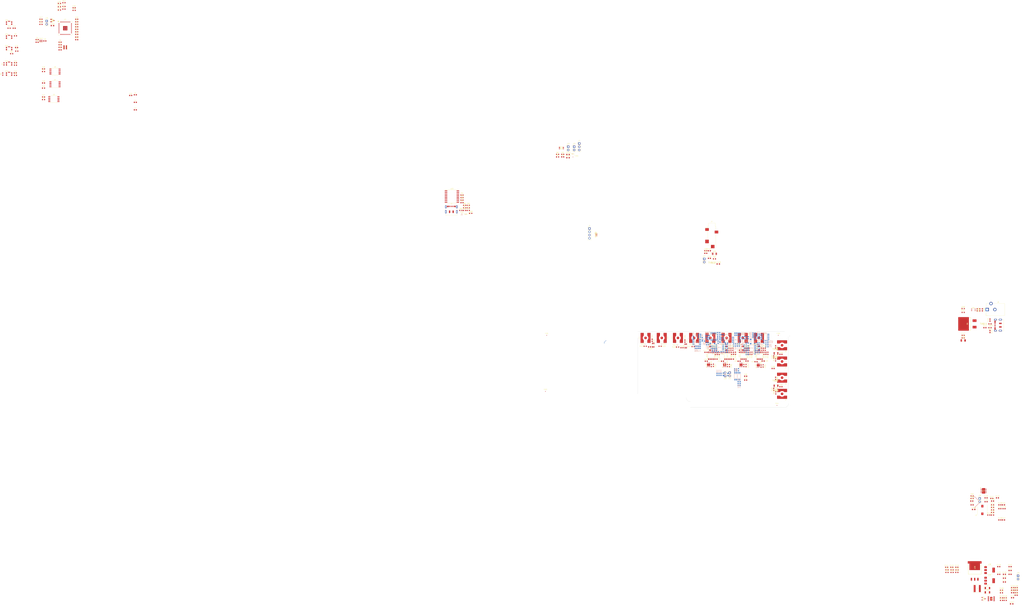
<source format=kicad_pcb>
(kicad_pcb (version 20241229) (generator "pcbnew") (generator_version "9.0")
  (title_block (title "harp device quad dac") (date "2025-07-15") (rev "1.1") (company "The Allen Institute") (comment 1 "Hexabitz"))
  (layers (0 "F.Cu" signal) (4 "In1.Cu" signal) (6 "In2.Cu" signal) (2 "B.Cu" signal) (13 "F.Paste" user) (15 "B.Paste" user) (5 "F.SilkS" user "F.Silkscreen") (7 "B.SilkS" user "B.Silkscreen") (1 "F.Mask" user) (3 "B.Mask" user) (25 "Edge.Cuts" user))
  (net 0 "")
  (net 1 "GND")
  (net 2 "+3.3V")
  (net 3 "+1V1")
  (net 4 "Run_Reset")
  (net 5 "/Core_RP2350/General_Purpose_SW1")
  (net 6 "/Core_RP2350/General_Purpose_SW2")
  (net 7 "/Core_RP2350/General_Purpose_SW3")
  (net 8 "Net-(U1-VREG_AVDD)")
  (net 9 "Net-(J19-Pin_1)")
  (net 10 "DAC_Supply")
  (net 11 "VRail-")
  (net 12 "+2V5")
  (net 13 "VRail+")
  (net 14 "AnalogOut1")
  (net 15 "Net-(U10--IN_B)")
  (net 16 "Net-(U10-+IN_B)")
  (net 17 "AnalogOut2")
  (net 18 "Net-(U11--IN_B)")
  (net 19 "Net-(U11-+IN_B)")
  (net 20 "Net-(U12--IN_B)")
  (net 21 "AnalogOut3")
  (net 22 "Net-(U12-+IN_B)")
  (net 23 "Net-(U13--IN_B)")
  (net 24 "AnalogOut4")
  (net 25 "Net-(U13-+IN_B)")
  (net 26 "CurrentOut1")
  (net 27 "Net-(U15--IN_A)")
  (net 28 "Net-(U15-+IN_A)")
  (net 29 "Net-(U16--IN_A)")
  (net 30 "CurrentOut3")
  (net 31 "Net-(U16-+IN_A)")
  (net 32 "Monitor_Current1")
  (net 33 "Monitor_Current2")
  (net 34 "Monitor_Current3")
  (net 35 "Monitor_Current4")
  (net 36 "Net-(U17-IN-)")
  (net 37 "Net-(U18-IN-)")
  (net 38 "Net-(U19-IN-)")
  (net 39 "Net-(U20-IN-)")
  (net 40 "Net-(U15--IN_B)")
  (net 41 "CurrentOut2")
  (net 42 "Net-(U15-+IN_B)")
  (net 43 "CurrentOut4")
  (net 44 "Net-(U16--IN_B)")
  (net 45 "Net-(U16-+IN_B)")
  (net 46 "ShortCircuitCh1")
  (net 47 "ShortCircuitCh2")
  (net 48 "ShortCircuitCh3")
  (net 49 "ShortCircuitCh4")
  (net 50 "+5V")
  (net 51 "GND_PC")
  (net 52 "VBUS_PC")
  (net 53 "GND_DC")
  (net 54 "VDC")
  (net 55 "VBUS1")
  (net 56 "Monitor_BUS")
  (net 57 "Monitor_12V")
  (net 58 "Monitor_5V")
  (net 59 "Monitor_3V3")
  (net 60 "VBUS_C")
  (net 61 "+5V_C")
  (net 62 "Net-(U26-PWM{slash}SYNC)")
  (net 63 "Net-(U26-SW)")
  (net 64 "Net-(D6-ANODE_D1_CATHODE_D2)")
  (net 65 "Net-(C129-Pad2)")
  (net 66 "+15V")
  (net 67 "Net-(U26-CAP)")
  (net 68 "Net-(C131-Pad2)")
  (net 69 "Net-(U26-VC)")
  (net 70 "Net-(C133-Pad2)")
  (net 71 "Net-(C133-Pad1)")
  (net 72 "Net-(U27-FB)")
  (net 73 "-15V")
  (net 74 "Net-(U27-PVCC)")
  (net 75 "Net-(U27-BST1)")
  (net 76 "Net-(U27-SW1)")
  (net 77 "Net-(U27-BST2)")
  (net 78 "Net-(U27-SW2)")
  (net 79 "/Communication/UART0_TXD")
  (net 80 "/Communication/UART0_RXD")
  (net 83 "Net-(J3-CC2)")
  (net 84 "/Communication/PC_USB_DP")
  (net 85 "Net-(J3-CC1)")
  (net 86 "/Communication/PC_USB_DM")
  (net 87 "Net-(J4-PadT)")
  (net 89 "Net-(LED1-A)")
  (net 90 "Net-(LED2-A)")
  (net 91 "Net-(LED3-A)")
  (net 92 "Net-(LED4-A)")
  (net 93 "Net-(LED5-A)")
  (net 94 "Net-(LED6-A)")
  (net 95 "Net-(LED7-A)")
  (net 96 "Net-(LED8-A)")
  (net 97 "Net-(LED9-A)")
  (net 98 "Net-(R1-Pad1)")
  (net 99 "/Core_RP2350/QSPI_CS0")
  (net 100 "Net-(R2-Pad1)")
  (net 101 "Net-(R3-Pad1)")
  (net 102 "Net-(R4-Pad1)")
  (net 103 "Net-(R5-Pad1)")
  (net 104 "/Core_RP2350/Debug_LED1")
  (net 105 "/Core_RP2350/Debug_LED2")
  (net 106 "/Core_RP2350/Debug_LED3")
  (net 107 "/Core_RP2350/QSPI_CS1")
  (net 108 "/Core_RP2350/QSPI_CS2")
  (net 109 "DAC1_CLR")
  (net 110 "DAC2_CLR")
  (net 111 "DAC3_CLR")
  (net 112 "DAC4_CLR")
  (net 113 "Net-(U14-~{SHDN})")
  (net 114 "Net-(U10-OUT_A)")
  (net 115 "Net-(U11-OUT_A)")
  (net 116 "Net-(U12-OUT_A)")
  (net 117 "Net-(U13-OUT_A)")
  (net 118 "Shunt1+")
  (net 119 "Shunt3+")
  (net 120 "Net-(U17-IN+)")
  (net 121 "Net-(U18-IN+)")
  (net 122 "Net-(U19-IN+)")
  (net 123 "Net-(U20-IN+)")
  (net 124 "Net-(U17-COL_OUT)")
  (net 125 "Net-(U18-COL_OUT)")
  (net 126 "Net-(U19-COL_OUT)")
  (net 127 "Net-(U20-COL_OUT)")
  (net 128 "Shunt2+")
  (net 129 "Shunt4+")
  (net 130 "Net-(U21-OE)")
  (net 131 "Net-(U22-UD+)")
  (net 132 "Net-(U22-UD-)")
  (net 133 "Net-(U22-DD+)")
  (net 134 "MC_USB_DP")
  (net 135 "Net-(U22-DD-)")
  (net 136 "MC_USB_DM")
  (net 137 "Net-(J5-In)")
  (net 138 "Net-(U23-1A)")
  (net 139 "Net-(J6-In)")
  (net 140 "Net-(U23-2A)")
  (net 141 "Net-(U24-1A)")
  (net 142 "Net-(J7-In)")
  (net 143 "Net-(U24-2A)")
  (net 144 "Net-(J8-In)")
  (net 145 "VBUS2")
  (net 146 "Net-(J19-Pin_2)")
  (net 147 "VBUS")
  (net 148 "+12V")
  (net 149 "Net-(U26-RT)")
  (net 150 "Net-(U26-FB)")
  (net 151 "Net-(U27-VC)")
  (net 152 "Net-(U27-RT)")
  (net 153 "-12V")
  (net 154 "Net-(U31-1B)")
  (net 155 "/Output/DigitalOut1")
  (net 156 "/Output/DigitalOut2")
  (net 157 "Net-(U31-2B)")
  (net 158 "Net-(U32-1B)")
  (net 159 "/Output/DigitalOut3")
  (net 160 "/Output/DigitalOut4")
  (net 161 "Net-(U32-2B)")
  (net 162 "/Core_RP2350/QSPI_IO1")
  (net 163 "/Core_RP2350/QSPI_IO3")
  (net 164 "/Core_RP2350/QSPI_IO0")
  (net 165 "/Core_RP2350/QSPI_CLK")
  (net 166 "/Core_RP2350/QSPI_IO2")
  (net 167 "MC_UART0_RXD")
  (net 168 "MC_UART0_TXD")
  (net 169 "ExtTrigCh2")
  (net 170 "ExtTrigCh1")
  (net 171 "ExtTrigCh4")
  (net 172 "ExtTrigCh3")
  (net 174 "HARP_Clk_Sync_In")
  (net 175 "MC_DigitalOut2")
  (net 176 "MC_DigitalOut1")
  (net 177 "MC_DigitalOut3")
  (net 178 "MC_DigitalOut4")
  (net 180 "Net-(U1-XIN)")
  (net 181 "Net-(U1-VREG_LX)")
  (net 185 "SWCLK")
  (net 186 "DAC2_CS")
  (net 187 "DAC3&4_SCLK")
  (net 188 "DAC3&4_DIN")
  (net 189 "DAC4_CS")
  (net 190 "SWDIO")
  (net 191 "DAC3_CS")
  (net 194 "DAC1_CS")
  (net 195 "DAC1&2_SCLK")
  (net 197 "DAC1&2_DIN")
  (net 199 "Net-(J24-Pin_2)")
  (net 200 "Net-(J27-CC1)")
  (net 206 "Net-(J27-CC2)")
  (net 213 "Net-(U10--IN_A)")
  (net 214 "Net-(U10-+IN_A)")
  (net 215 "Net-(U11--IN_A)")
  (net 216 "Net-(U11-+IN_A)")
  (net 217 "Net-(U12-+IN_A)")
  (net 218 "Net-(U12--IN_A)")
  (net 219 "Net-(U13-+IN_A)")
  (net 220 "Net-(U13--IN_A)")
  (footprint "harp.device.quad.dac.kicad:LED_0603_1608Metric_Pad1.05x0.95mm_HandSolder" (layer "F.Cu") (at -312.505 -217.44)
    (property "Reference" "LED1")
    (property "Value" "LED")
  )
  (footprint "Connector_PinHeader_2.54mm:PinHeader_1x02_P2.54mm_Vertical" (layer "F.Cu") (at 438.9975 231.68)
    (property "Reference" "J25")
    (property "Value" "Conn_01x02")
  )
  (footprint "harp.device.quad.dac.kicad:Crystal_SMD_2016-4Pin_2.0x1.6mm" (layer "F.Cu") (at -327 -188)
    (property "Reference" "Xtal1")
    (property "Value" "ECS-TXO-2016")
  )
  (footprint "harp.device.quad.dac.kicad:SW_Push_1P1T-SH_NO_Vertical_Wuerth_WS-TASV" (layer "F.Cu") (at -352 -191)
    (property "Reference" "SW2")
    (property "Value" "~" (hide yes))
  )
  (footprint "Resistor_SMD:R_0603_1608Metric" (layer "F.Cu") (at 426 248.97)
    (property "Reference" "R111")
    (property "Value" "130k")
  )
  (footprint "Capacitor_SMD:C_0603_1608Metric" (layer "F.Cu") (at 82 -97.03)
    (property "Reference" "C93")
    (property "Value" "100nF")
  )
  (footprint "Resistor_SMD:R_0603_1608Metric" (layer "F.Cu") (at -327 -201)
    (property "Reference" "R11")
    (property "Value" "201")
  )
  (footprint "Resistor_SMD:R_0603_1608Metric" (layer "F.Cu") (at 202.599 53.89 90)
    (property "Reference" "R37")
    (property "Value" "10k")
  )
  (footprint "Capacitor_SMD:C_0603_1608Metric" (layer "F.Cu") (at -299 -189)
    (property "Reference" "C18")
    (property "Value" "10uF")
  )
  (footprint "Resistor_SMD:R_0603_1608Metric" (layer "F.Cu") (at -325 -164)
    (property "Reference" "R17")
    (property "Value" "10K")
  )
  (footprint "Capacitor_SMD:C_0603_1608Metric" (layer "F.Cu") (at -299 -201.06)
    (property "Reference" "C22")
    (property "Value" "100nF")
  )
  (footprint "Resistor_SMD:R_0603_1608Metric" (layer "F.Cu") (at 248.92 76.708 -90)
    (property "Reference" "R96")
    (property "Value" "100")
  )
  (footprint "harp.device.quad.dac.kicad:SOIC127P599X175-8N" (layer "F.Cu") (at 198.281 58.97 90)
    (property "Reference" "U13")
    (property "Value" "LT1678CS8#PBF" (hide yes))
  )
  (footprint "Capacitor_SMD:C_0603_1608Metric" (layer "F.Cu") (at -325 -144)
    (property "Reference" "C27")
    (property "Value" "100nF")
  )
  (footprint "Capacitor_SMD:C_0603_1608Metric" (layer "F.Cu") (at 175.548 52.689 180)
    (property "Reference" "C148")
    (property "Value" "100nF")
  )
  (footprint "Capacitor_SMD:C_0603_1608Metric" (layer "F.Cu") (at 152.18 46.847 -90)
    (property "Reference" "C151")
    (property "Value" "100nF")
  )
  (footprint "harp.device.quad.dac.kicad:USB_C_Receptacle_JAE_DX07S016JA1R1500" (layer "F.Cu") (at 424 35 90)
    (property "Reference" "J27")
    (property "Value" "USB_C_Receptacle_USB2.0")
  )
  (footprint "Resistor_SMD:R_0603_1608Metric" (layer "F.Cu") (at 240.826 53.89 90)
    (property "Reference" "R31")
    (property "Value" "10k")
  )
  (footprint "Capacitor_SMD:C_0603_1608Metric" (layer "F.Cu") (at 3.08 -61.12)
    (property "Reference" "C97")
    (property "Value" "100nF")
  )
  (footprint "harp.device.quad.dac.kicad:R_0603_1608Metric_Pad0.98x0.95mm_HandSolder" (layer "F.Cu") (at 404.2 179.64)
    (property "Reference" "Jump8")
    (property "Value" "SolderJumper_2_Open")
  )
  (footprint "harp.device.quad.dac.kicad:ESD441DPLR" (layer "F.Cu") (at 248.666 60.452 180)
    (property "Reference" "TVS7")
    (property "Value" "ESD441DPLR" (hide yes))
  )
  (footprint "harp.device.quad.dac.kicad:WE-PD_7332-7345_PLASTIC_BASE54" (layer "F.Cu") (at 411 180)
    (property "Reference" "L3")
    (property "Value" "744778910" (hide yes))
  )
  (footprint "Capacitor_SMD:C_1206_3216Metric" (layer "F.Cu") (at 396 47)
    (property "Reference" "C120")
    (property "Value" "10uF")
  )
  (footprint "Capacitor_SMD:C_0603_1608Metric" (layer "F.Cu") (at -325 -166)
    (property "Reference" "C29")
    (property "Value" "100nF")
  )
  (footprint "harp.device.quad.dac.kicad:D_MiniMELF" (layer "F.Cu") (at 415.005 244.635)
    (property "Reference" "D8")
    (property "Value" "BZV55B15")
  )
  (footprint "Capacitor_SMD:C_0603_1608Metric" (layer "F.Cu") (at 194.344 56.303)
    (property "Reference" "C47")
    (property "Value" "100nF")
  )
  (footprint "Capacitor_SMD:C_0603_1608Metric" (layer "F.Cu") (at 432.76 227.49)
    (property "Reference" "C143")
    (property "Value" "10uF")
  )
  (footprint "Capacitor_SMD:C_0603_1608Metric" (layer "F.Cu") (at -312 -181)
    (property "Reference" "C5")
    (property "Value" "100nF")
  )
  (footprint "Resistor_SMD:R_0603_1608Metric" (layer "F.Cu") (at 227.237 57.065 -90)
    (property "Reference" "R34")
    (property "Value" "10k")
  )
  (footprint "Connector_PinHeader_2.54mm:PinHeader_1x04_P2.54mm_Vertical" (layer "F.Cu") (at 103.0275 -40.82)
    (property "Reference" "J1")
    (property "Value" "Conn_01x04_Pin")
  )
  (footprint "harp.device.quad.dac.kicad:MountingHole_3.2mm_M3_DIN965" (layer "F.Cu") (at 63.5 43)
    (property "Reference" "REF**" (hide yes))
    (property "Value" "MountingHole_3.2mm_M3_DIN965" (hide yes))
  )
  (footprint "harp.device.quad.dac.kicad:SMA_TE_Connectivity_CONSMA002-SMD-G-T_Horizontal" (layer "F.Cu") (at 254 50.8 180)
    (property "Reference" "J6")
    (property "Value" "Conn_Coaxial" (hide yes))
  )
  (footprint "harp.device.quad.dac.kicad:ESDSB12VLBTP" (layer "F.Cu") (at 235.365 50.08 180)
    (property "Reference" "TVS18")
    (property "Value" "ESDSB12VLB-TP" (hide yes))
  )
  (footprint "harp.device.quad.dac.kicad:SMA_TE_Connectivity_CONSMA002-SMD-G-T_Horizontal" (layer "F.Cu") (at 146.973 45 -90)
    (property "Reference" "J14")
    (property "Value" "Conn_Coaxial" (hide yes))
  )
  (footprint "Resistor_SMD:R_0603_1608Metric" (layer "F.Cu") (at 383.29 227.02)
    (property "Reference" "R101")
    (property "Value" "4.27k")
  )
  (footprint "Capacitor_SMD:C_0603_1608Metric" (layer "F.Cu") (at 423.86 224.48)
    (property "Reference" "C119")
    (property "Value" "10uF")
  )
  (footprint "Capacitor_SMD:C_0603_1608Metric" (layer "F.Cu") (at 226.602 53.89 90)
    (property "Reference" "C52")
    (property "Value" "15pF")
  )
  (footprint "harp.device.quad.dac.kicad:R_0603_1608Metric_Pad0.98x0.95mm_HandSolder" (layer "F.Cu") (at -318 -200)
    (property "Reference" "Jump1")
    (property "Value" "SolderJumper_2_Open")
  )
  (footprint "harp.device.quad.dac.kicad:R_0603_1608Metric_Pad0.98x0.95mm_HandSolder" (layer "F.Cu") (at 86.2 -98.87)
    (property "Reference" "Jump4")
    (property "Value" "SolderJumper_2_Open")
  )
  (footprint "Resistor_SMD:R_0603_1608Metric" (layer "F.Cu") (at 426 244.99)
    (property "Reference" "R109")
    (property "Value" "365k")
  )
  (footprint "Capacitor_SMD:C_0603_1608Metric" (layer "F.Cu") (at -330 -187)
    (property "Reference" "C6")
    (property "Value" "10nF")
  )
  (footprint "harp.device.quad.dac.kicad:LED_0603_1608Metric_Pad1.05x0.95mm_HandSolder" (layer "F.Cu") (at 9.895 -52.73)
    (property "Reference" "LED8")
    (property "Value" "LED")
  )
  (footprint "Capacitor_SMD:C_0603_1608Metric" (layer "F.Cu") (at -347 -170.89)
    (property "Reference" "C14")
    (property "Value" "100nF")
  )
  (footprint "Capacitor_SMD:C_0603_1608Metric" (layer "F.Cu") (at 247 69)
    (property "Reference" "C106")
    (property "Value" "10uF")
  )
  (footprint "Capacitor_SMD:C_0603_1608Metric" (layer "F.Cu") (at 407 23 -90)
    (property "Reference" "C108")
    (property "Value" "1uF")
  )
  (footprint "Capacitor_SMD:C_0603_1608Metric" (layer "F.Cu") (at 419 173)
    (property "Reference" "C128")
    (property "Value" "10uF")
  )
  (footprint "Capacitor_SMD:C_0603_1608Metric" (layer "F.Cu") (at 413.95 170.51)
    (property "Reference" "C125")
    (property "Value" "10uF")
  )
  (footprint "harp.device.quad.dac.kicad:VSSOP-8_2.3x2mm_P0.5mm" (layer "F.Cu") (at 249.243 82.55 180)
    (property "Reference" "U24")
    (property "Value" "74LVCH2T45DC")
  )
  (footprint "harp.device.quad.dac.kicad:SON50P300X300X80-11N-D" (layer "F.Cu") (at 208.924 66.1475 90)
    (property "Reference" "U8")
    (property "Value" "LTC2642ACDD-16#PBF" (hide yes))
  )
  (footprint "harp.device.quad.dac.kicad:ESD441DPLR" (layer "F.Cu") (at 146.719 49.895 180)
    (property "Reference" "TVS15")
    (property "Value" "ESD441DPLR" (hide yes))
  )
  (footprint "Resistor_SMD:R_0603_1608Metric" (layer "F.Cu") (at 249.047 88.138 90)
    (property "Reference" "R95")
    (property "Value" "100")
  )
  (footprint "harp.device.quad.dac.kicad:ESD441DPLR" (layer "F.Cu") (at 89.825 -99.375)
    (property "Reference" "TVS1")
    (property "Value" "ESD441DPLR" (hide yes))
  )
  (footprint "Resistor_SMD:R_0603_1608Metric" (layer "F.Cu") (at 403 171)
    (property "Reference" "R100")
    (property "Value" "1.10k")
  )
  (footprint "Capacitor_SMD:C_0603_1608Metric" (layer "F.Cu") (at 194.18 -23.36)
    (property "Reference" "C98")
    (property "Value" "1uF")
  )
  (footprint "Resistor_SMD:R_0603_1608Metric" (layer "F.Cu") (at 172.119 52.181 180)
    (property "Reference" "R120")
    (property "Value" "10")
  )
  (footprint "harp.device.quad.dac.kicad:SOIC127P599X175-8N" (layer "F.Cu") (at 223.808 58.97 90)
    (property "Reference" "U11")
    (property "Value" "LT1678CS8#PBF" (hide yes))
  )
  (footprint "harp.device.quad.dac.kicad:PinHeader_1x03_P2.54mm_Vertical" (layer "F.Cu") (at 95 -107.525)
    (property "Reference" "J2")
    (property "Value" "Conn_01x03_Male")
  )
  (footprint "Resistor_SMD:R_0603_1608Metric" (layer "F.Cu") (at 146.719 51.546 180)
    (property "Reference" "R123")
    (property "Value" "10")
  )
  (footprint "Capacitor_SMD:C_0603_1608Metric" (layer "F.Cu") (at 424.76 179)
    (property "Reference" "C131")
    (property "Value" "330pF")
  )
  (footprint "harp.device.quad.dac.kicad:ESD441DPLR" (layer "F.Cu") (at 159.419 49.895)
    (property "Reference" "TVS14")
    (property "Value" "ESD441DPLR" (hide yes))
  )
  (footprint "harp.device.quad.dac.kicad:Fiducial_0.5mm_Mask1mm" (layer "F.Cu") (at 251 43)
    (property "Reference" "FID3")
    (property "Value" "Fiducial")
  )
  (footprint "Capacitor_SMD:C_0603_1608Metric" (layer "F.Cu") (at 409 23 90)
    (property "Reference" "C107")
    (property "Value" "100nF")
  )
  (footprint "harp.device.quad.dac.kicad:SOP65P490X110-13N" (layer "F.Cu") (at 417.9975 249.68)
    (property "Reference" "U26")
    (property "Value" "LTC3122HMSE#PBF" (hide yes))
  )
  (footprint "Resistor_SMD:R_0603_1608Metric" (layer "F.Cu") (at 417 37 180)
    (property "Reference" "R97")
    (property "Value" "5.1k")
  )
  (footprint "Connector_PinHeader_2.54mm:PinHeader_1x02_P2.54mm_Vertical" (layer "F.Cu") (at 91 -105)
    (property "Reference" "J23")
    (property "Value" "Conn_01x02")
  )
  (footprint "Capacitor_SMD:C_0603_1608Metric" (layer "F.Cu") (at 215.934 57.065 -90)
    (property "Reference" "C55")
    (property "Value" "15pF")
  )
  (footprint "Resistor_SMD:R_0603_1608Metric" (layer "F.Cu") (at 211.108 66.717 90)
    (property "Reference" "R20")
    (property "Value" "330")
  )
  (footprint "harp.device.quad.dac.kicad:VSSOP-8_2.3x2mm_P0.5mm" (layer "F.Cu") (at 178.469 51.292 90)
    (property "Reference" "U31")
    (property "Value" "74LVCH2T45DC")
  )
  (footprint "Resistor_SMD:R_1206_3216Metric" (layer "F.Cu") (at 210.473 53.128 90)
    (property "Reference" "RSh3")
    (property "Value" "CRCW120610R0FKEBC")
  )
  (footprint "Resistor_SMD:R_0603_1608Metric" (layer "F.Cu") (at 419 181.99)
    (property "Reference" "R116")
    (property "Value" "13.7k")
  )
  (footprint "Resistor_SMD:R_0603_1608Metric" (layer "F.Cu") (at 387.29 227.03)
    (property "Reference" "R103")
    (property "Value" "1.82k")
  )
  (footprint "harp.device.quad.dac.kicad:SW_Push_1P1T-SH_NO_Vertical_Wuerth_WS-TASV" (layer "F.Cu") (at -352 -182)
    (property "Reference" "SW3")
    (property "Value" "~" (hide yes))
  )
  (footprint "Resistor_SMD:R_0603_1608Metric" (layer "F.Cu") (at 419 180)
    (property "Reference" "R115")
    (property "Value" "100k")
  )
  (footprint "harp.device.quad.dac.kicad:L_CommonModeChoke_TDKCorporation_1210" (layer "F.Cu") (at 404 23 180)
    (property "Reference" "CMC1")
    (property "Value" "L_Coupled_1423" (hide yes))
  )
  (footprint "Resistor_SMD:R_1206_3216Metric" (layer "F.Cu") (at 223.173 53.128 90)
    (property "Reference" "RSh2")
    (property "Value" "CRCW120610R0FKEBC")
  )
  (footprint "Capacitor_SMD:C_0603_1608Metric" (layer "F.Cu") (at -348 -198)
    (property "Reference" "C12")
    (property "Value" "100nF")
  )
  (footprint "Resistor_SMD:R_0603_1608Metric" (layer "F.Cu") (at 217.458 57.065 90)
    (property "Reference" "R28")
    (property "Value" "40.2k")
  )
  (footprint "Capacitor_SMD:C_0603_1608Metric" (layer "F.Cu") (at 424.76 176.01)
    (property "Reference" "C123")
    (property "Value" "1uF")
  )
  (footprint "harp.device.quad.dac.kicad:Fiducial_0.5mm_Mask1mm" (layer "F.Cu") (at 69.5 43)
    (property "Reference" "FID1")
    (property "Value" "Fiducial")
  )
  (footprint "harp.device.quad.dac.kicad:SOT95P230X109-3N" (layer "F.Cu") (at 411.9975 249.68)
    (property "Reference" "D6")
    (property "Value" "CBAT54S_TR_PBFREE" (hide yes))
  )
  (footprint "harp.device.quad.dac.kicad:RP2350B_QFN-80_EP_10.573x10.573_Pitch0.4mm" (layer "F.Cu") (at -308 -198)
    (property "Reference" "U1")
    (property "Value" "RP2350B-QFN80")
  )
  (footprint "Capacitor_SMD:C_0603_1608Metric" (layer "F.Cu") (at -299 -197.12)
    (property "Reference" "C24")
    (property "Value" "100nF")
  )
  (footprint "harp.device.quad.dac.kicad:SOT-223-3_TabPin2" (layer "F.Cu") (at 416.71 227.175)
    (property "Reference" "U28")
    (property "Value" "NCP1117-3.3_SOT223")
  )
  (footprint "Capacitor_SMD:C_0603_1608Metric" (layer "F.Cu") (at 387 225)
    (property "Reference" "C115")
    (property "Value" "100nF")
  )
  (footprint "Resistor_SMD:R_0603_1608Metric" (layer "F.Cu") (at -325 -142)
    (property "Reference" "R15")
    (property "Value" "10K")
  )
  (footprint "Capacitor_SMD:C_0603_1608Metric" (layer "F.Cu") (at 3.08 -65.06)
    (property "Reference" "C95")
    (property "Value" "1uF")
  )
  (footprint "harp.device.quad.dac.kicad:SOIC-8_5.3x5.3mm_P1.27mm" (layer "F.Cu") (at -316.9 -142.34)
    (property "Reference" "U3")
    (property "Value" "W25Q128JVS")
  )
  (footprint "Capacitor_SMD:C_0603_1608Metric" (layer "F.Cu") (at 228.761 57.065 -90)
    (property "Reference" "C53")
    (property "Value" "15pF")
  )
  (footprint "harp.device.quad.dac.kicad:XAL6030182MEB" (layer "F.Cu") (at 406.9975 241.68)
    (property "Reference" "L2")
    (property "Value" "XAL6030-332MEC" (hide yes))
  )
  (footprint "harp.device.quad.dac.kicad:LED_0603_1608Metric_Pad1.05x0.95mm_HandSolder" (layer "F.Cu") (at 225.713 66.717 90)
    (property "Reference" "LED5")
    (property "Value" "LED")
  )
  (footprint "Capacitor_SMD:C_0603_1608Metric" (layer "F.Cu") (at 207.298 63.288 180)
    (property "Reference" "C34")
    (property "Value" "100nF")
  )
  (footprint "Resistor_SMD:R_0603_1608Metric" (layer "F.Cu") (at 230.285 57.065 90)
    (property "Reference" "R26")
    (property "Value" "40.2k")
  )
  (footprint "Capacitor_SMD:C_0603_1608Metric" (layer "F.Cu") (at -299 -193.18)
    (property "Reference" "C26")
    (property "Value" "100nF")
  )
  (footprint "Resistor_SMD:R_0603_1608Metric" (layer "F.Cu") (at 237.524 67.098 90)
    (property "Reference" "R18")
    (property "Value" "330")
  )
  (footprint "Capacitor_SMD:C_0603_1608Metric" (layer "F.Cu") (at 383 225)
    (property "Reference" "C114")
    (property "Value" "100nF")
  )
  (footprint "Resistor_SMD:R_0603_1608Metric" (layer "F.Cu") (at 417 34 180)
    (property "Reference" "R98")
    (property "Value" "5.1k")
  )
  (footprint "harp.device.quad.dac.kicad:ESDSB12VLBTP" (layer "F.Cu") (at 197.265 50.08 180)
    (property "Reference" "TVS16")
    (property "Value" "ESDSB12VLB-TP" (hide yes))
  )
  (footprint "Resistor_SMD:R_0603_1608Metric" (layer "F.Cu") (at -309 -213)
    (property "Reference" "R14")
    (property "Value" "330")
  )
  (footprint "Capacitor_SMD:C_0603_1608Metric" (layer "F.Cu") (at 413.95 173.52)
    (property "Reference" "C126")
    (property "Value" "10uF")
  )
  (footprint "Capacitor_SMD:C_0603_1608Metric" (layer "F.Cu") (at 197.05 -17.45)
    (property "Reference" "C105")
    (property "Value" "100nF")
  )
  (footprint "Capacitor_SMD:C_0603_1608Metric" (layer "F.Cu") (at 437.54 242.95)
    (property "Reference" "C136")
    (property "Value" "100nF")
  )
  (footprint "Capacitor_SMD:C_0603_1608Metric" (layer "F.Cu") (at 194.598 63.288 180)
    (property "Reference" "C35")
    (property "Value" "100nF")
  )
  (footprint "harp.device.quad.dac.kicad:SMA_TE_Connectivity_CONSMA002-SMD-G-T_Horizontal" (layer "F.Cu") (at 185.073 45 -90)
    (property "Reference" "J12")
    (property "Value" "Conn_Coaxial" (hide yes))
  )
  (footprint "Resistor_SMD:R_0603_1608Metric" (layer "F.Cu") (at 8 -55.02)
    (property "Reference" "R91")
    (property "Value" "24")
  )
  (footprint "Capacitor_SMD:C_0603_1608Metric" (layer "F.Cu") (at 226.475 63.161)
    (property "Reference" "C40")
    (property "Value" "100nF")
  )
  (footprint "Connector_PinHeader_2.54mm:PinHeader_1x02_P2.54mm_Vertical" (layer "F.Cu") (at -322.5 -203.63)
    (property "Reference" "J19")
    (property "Value" "Conn_01x02")
  )
  (footprint "harp.device.quad.dac.kicad:CDDFN103324P" (layer "F.Cu") (at 108 -36 -90)
    (property "Reference" "TVS2")
    (property "Value" "CDDFN10-3324P" (hide yes))
  )
  (footprint "Resistor_SMD:R_0603_1608Metric" (layer "F.Cu") (at 426 250.96)
    (property "Reference" "R112")
    (property "Value" "11.3k")
  )
  (footprint "Capacitor_SMD:C_0603_1608Metric" (layer "F.Cu") (at 177.834 47.482 -90)
    (property "Reference" "C150")
    (property "Value" "100nF")
  )
  (footprint "harp.device.quad.dac.kicad:LED_0603_1608Metric_Pad1.05x0.95mm_HandSolder" (layer "F.Cu") (at -312.505 -212.26)
    (property "Reference" "LED3")
    (property "Value" "LED")
  )
  (footprint "Capacitor_SMD:C_0603_1608Metric" (layer "F.Cu") (at 422.85 170.51)
    (property "Reference" "C145")
    (property "Value" "4.7uF")
  )
  (footprint "harp.device.quad.dac.kicad:SOIC-8_5.3x5.3mm_P1.27mm" (layer "F.Cu") (at -316 -164)
    (property "Reference" "U5")
    (property "Value" "W25Q128JVS")
  )
  (footprint "Resistor_SMD:R_0603_1608Metric" (layer "F.Cu") (at 396 25)
    (property "Reference" "R107")
    (property "Value" "470")
  )
  (footprint "harp.device.quad.dac.kicad:ESD441DPLR" (layer "F.Cu") (at 248.793 86.233 180)
    (property "Reference" "TVS8")
    (property "Value" "ESD441DPLR" (hide yes))
  )
  (footprint "Capacitor_SMD:C_0603_1608Metric" (layer "F.Cu") (at -324 -188)
    (property "Reference" "C9")
    (property "Value" "100nF")
  )
  (footprint "Connector_PinHeader_2.54mm:PinHeader_1x02_P2.54mm_Vertical" (layer "F.Cu") (at 86.35 -105)
    (property "Reference" "J22")
    (property "Value" "Conn_01x02")
  )
  (footprint "harp.device.quad.dac.kicad:SW_Push_1P1T-SH_NO_Vertical_Wuerth_WS-TASV" (layer "F.Cu") (at -352 -170)
    (property "Reference" "SW4")
    (property "Value" "~" (hide yes))
  )
  (footprint "Capacitor_SMD:C_0603_1608Metric" (layer "F.Cu") (at 215.045 61.637)
    (property "Reference" "C41")
    (property "Value" "100nF")
  )
  (footprint "Resistor_SMD:R_0603_1608Metric" (layer "F.Cu") (at 228.126 53.89 90)
    (property "Reference" "R33")
    (property "Value" "10k")
  )
  (footprint "harp.device.quad.dac.kicad:MountingHole_3.2mm_M3_DIN965" (layer "F.Cu") (at 63.5 86.999998)
    (property "Reference" "REF**" (hide yes))
    (property "Value" "MountingHole_3.2mm_M3_DIN965" (hide yes))
  )
  (footprint "Capacitor_SMD:C_0603_1608Metric" (layer "F.Cu") (at -253.02 -139.84)
    (property "Reference" "C4")
    (property "Value" "100nF")
  )
  (footprint "Capacitor_SMD:C_0603_1608Metric" (layer "F.Cu") (at 220.633 55.541 -90)
    (property "Reference" "C45")
    (property "Value" "100nF")
  )
  (footprint "Connector_PinHeader_2.54mm:PinHeader_1x02_P2.54mm_Vertical" (layer "F.Cu") (at 209.296 74.813 180)
    (property "Reference" "J20")
    (property "Value" "Conn_01x02")
  )
  (footprint "Capacitor_SMD:C_0603_1608Metric" (layer "F.Cu") (at 202.218 61.637)
    (property "Reference" "C42")
    (property "Value" "100nF")
  )
  (footprint "Capacitor_SMD:C_0603_1608Metric" (layer "F.Cu") (at 432.76 224.48)
    (property "Reference" "C142")
    (property "Value" "10uF")
  )
  (footprint "Resistor_SMD:R_0603_1608Metric" (layer "F.Cu") (at 5.09 -59)
    (property "Reference" "R86")
    (property "Value" "5.1k")
  )
  (footprint "Resistor_SMD:R_0603_1608Metric" (layer "F.Cu") (at 78 -97)
    (property "Reference" "R84")
    (property "Value" "100k")
  )
  (footprint "harp.device.quad.dac.kicad:SOIC-16W_7.5x10.3mm_P1.27mm" (layer "F.Cu") (at -4.81 -65.92)
    (property "Reference" "U22")
    (property "Value" "ADUM4160")
  )
  (footprint "harp.device.quad.dac.kicad:MountingHole_3.2mm_M3_DIN965" (layer "F.Cu") (at 256 96.5)
    (property "Reference" "REF**" (hide yes))
    (property "Value" "MountingHole_3.2mm_M3_DIN965" (hide yes))
  )
  (footprint "harp.device.quad.dac.kicad:R_0603_1608Metric_Pad0.98x0.95mm_HandSolder" (layer "F.Cu") (at 433.9975 253.68)
    (property "Reference" "Jump7")
    (property "Value" "SolderJumper_2_Open")
  )
  (footprint "Capacitor_SMD:C_0603_1608Metric" (layer "F.Cu") (at -301 -214)
    (property "Reference" "C16")
    (property "Value" "4.7uF")
  )
  (footprint "Capacitor_SMD:C_0603_1608Metric" (layer "F.Cu") (at -256.68 -145.23)
    (property "Reference" "C10")
    (property "Value" "10uF")
  )
  (footprint "harp.device.quad.dac.kicad:XGL3530332MEC" (layer "F.Cu") (at -308 -183)
    (property "Reference" "L1")
    (property "Value" "XGL3530-332MEC" (hide yes))
  )
  (footprint "harp.device.quad.dac.kicad:SMA_TE_Connectivity_CONSMA002-SMD-G-T_Horizontal" (layer "F.Cu") (at 254 76.2 180)
    (property "Reference" "J8")
    (property "Value" "Conn_Coaxial" (hide yes))
  )
  (footprint "Capacitor_SMD:C_0603_1608Metric" (layer "F.Cu") (at 427.63 187.83)
    (property "Reference" "C147")
    (property "Value" "100nF")
  )
  (footprint "Resistor_SMD:R_0603_1608Metric" (layer "F.Cu") (at -301 -212)
    (property "Reference" "R9")
    (property "Value" "27")
  )
  (footprint "harp.device.quad.dac.kicad:Fiducial_0.5mm_Mask1mm" (layer "F.Cu") (at 250 98)
    (property "Reference" "FID4")
    (property "Value" "Fiducial")
  )
  (footprint "Connector_PinHeader_2.54mm:PinHeader_1x02_P2.54mm_Vertical" (layer "F.Cu") (at 212.979 72.263)
    (property "Reference" "J21")
    (property "Value" "Conn_01x02")
  )
  (footprint "Capacitor_SMD:C_0603_1608Metric" (layer "F.Cu") (at 233.206 55.541 -90)
    (property "Reference" "C44")
    (property "Value" "100nF")
  )
  (footprint "Capacitor_SMD:C_0603_1608Metric" (layer "F.Cu") (at 225.446 75.057)
    (property "Reference" "C58")
    (property "Value" "10uF")
  )
  (footprint "Resistor_SMD:R_0603_1608Metric" (layer "F.Cu") (at -346 -180)
    (property "Reference" "R3")
    (property "Value" "10")
  )
  (footprint "harp.device.quad.dac.kicad:SOP50P310X90-8N" (layer "F.Cu") (at 81 -104)
    (property "Reference" "U21")
    (property "Value" "TXB0102DCT" (hide yes))
  )
  (footprint "Capacitor_SMD:C_0603_1608Metric" (layer "F.Cu") (at -253.02 -133.93)
    (property "Reference" "C7")
    (property "Value" "1uF")
  )
  (footprint "Resistor_SMD:R_0603_1608Metric" (layer "F.Cu") (at 387.29 229.02)
    (property "Reference" "R104")
    (property "Value" "2.74k")
  )
  (footprint "Capacitor_SMD:C_0603_1608Metric" (layer "F.Cu") (at 239.175 63.161)
    (property "Reference" "C39")
    (property "Value" "100nF")
  )
  (footprint "Capacitor_SMD:C_0603_1608Metric" (layer "F.Cu") (at 197.05 -23.36)
    (property "Reference" "C102")
    (property "Value" "100nF")
  )
  (footprint "harp.device.quad.dac.kicad:R_0603_1608Metric_Pad0.98x0.95mm_HandSolder" (layer "F.Cu") (at 204 -13)
    (property "Reference" "Jump6")
    (property "Value" "SolderJumper_2_Open")
  )
  (footprint "Capacitor_SMD:C_0603_1608Metric" (layer "F.Cu") (at 194.18 -21.39)
    (property "Reference" "C99")
    (property "Value" "100nF")
  )
  (footprint "harp.device.quad.dac.kicad:SOT95P237X112-3N" (layer "F.Cu") (at -318 -204)
    (property "Reference" "U2")
    (property "Value" "LM4040A30IDBZR" (hide yes))
  )
  (footprint "Capacitor_SMD:C_0603_1608Metric" (layer "F.Cu") (at -347.15 -162.91)
    (property "Reference" "C15")
    (property "Value" "100nF")
  )
  (footprint "Resistor_SMD:R_0603_1608Metric" (layer "F.Cu") (at 428.91 248.97)
    (property "Reference" "R118")
    (property "Value" "0")
  )
  (footprint "Resistor_SMD:R_0603_1608Metric" (layer "F.Cu") (at 184.311 51.8)
    (property "Reference" "R121")
    (property "Value" "10")
  )
  (footprint "Capacitor_SMD:C_0603_1608Metric" (layer "F.Cu") (at 213.902 53.89 90)
    (property "Reference" "C54")
    (property "Value" "15pF")
  )
  (footprint "Capacitor_SMD:C_0603_1608Metric" (layer "F.Cu") (at 82 -99)
    (property "Reference" "C92")
    (property "Value" "100nF")
  )
  (footprint "Resistor_SMD:R_0603_1608Metric" (layer "F.Cu") (at 8 -57.01)
    (property "Reference" "R90")
    (property "Value" "24")
  )
  (footprint "Resistor_SMD:R_0603_1608Metric" (layer "F.Cu") (at 419 183.98)
    (property "Reference" "R117")
    (property "Value" "80.6k")
  )
  (footprint "harp.device.quad.dac.kicad:VSSOP-8_2.3x2mm_P0.5mm" (layer "F.Cu") (at 249.243 57.15 180)
    (property "Reference" "U23")
    (property "Value" "74LVCH2T45DC")
  )
  (footprint "Resistor_SMD:R_0603_1608Metric" (layer "F.Cu") (at 199.551 53.89 -90)
    (property "Reference" "R29")
    (property "Value" "40.2k")
  )
  (footprint "harp.device.quad.dac.kicad:SMA_TE_Connectivity_CONSMA002-SMD-G-T_Horizontal" (layer "F.Cu") (at 172.373 45 -90)
    (property "Reference" "J11")
    (property "Value" "Conn_Coaxial" (hide yes))
  )
  (footprint "Capacitor_SMD:C_0603_1608Metric" (layer "F.Cu") (at -346.15 -182.84)
    (property "Reference" "C13")
    (property "Value" "100nF")
  )
  (footprint "harp.device.quad.dac.kicad:SMA_TE_Connectivity_CONSMA002-SMD-G-T_Horizontal" (layer "F.Cu") (at 235.873 45 -90)
    (property "Reference" "J17")
    (property "Value" "Conn_Coaxial" (hide yes))
  )
  (footprint "Capacitor_SMD:C_0603_1608Metric" (layer "F.Cu") (at 428 179)
    (property "Reference" "C146")
    (property "Value" "100nF")
  )
  (footprint "Resistor_SMD:R_0603_1608Metric" (layer "F.Cu") (at -309 -214.99)
    (property "Reference" "R13")
    (property "Value" "330")
  )
  (footprint "harp.device.quad.dac.kicad:ESD441DPLR" (layer "F.Cu") (at 90 -97)
    (property "Reference" "TVS3")
    (property "Value" "ESD441DPLR" (hide yes))
  )
  (footprint "Resistor_SMD:R_0603_1608Metric" (layer "F.Cu") (at 225.078 53.89 -90)
    (property "Reference" "R25")
    (property "Value" "40.2k")
  )
  (footprint "Resistor_SMD:R_0603_1608Metric" (layer "F.Cu") (at -347 -161)
    (property "Reference" "R8")
    (property "Value" "10K")
  )
  (footprint "Capacitor_SMD:C_0603_1608Metric" (layer "F.Cu") (at 434.67 240.98)
    (property "Reference" "C124")
    (property "Value" "1uF")
  )
  (footprint "Capacitor_SMD:C_0603_1608Metric" (layer "F.Cu") (at 428.31 230.5)
    (property "Reference" "C139")
    (property "Value" "10uF")
  )
  (footprint "harp.device.quad.dac.kicad:SON50P300X300X80-11N-D" (layer "F.Cu") (at 235.365 66.463 90)
    (property "Reference" "U6")
    (property "Value" "LTC2642ACDD-16#PBF" (hide yes))
  )
  (footprint "harp.device.quad.dac.kicad:ESD441DPLR" (layer "F.Cu") (at 6 -52)
    (property "Reference" "TVS5")
    (property "Value" "ESD441DPLR" (hide yes))
  )
  (footprint "harp.device.quad.dac.kicad:SMA_TE_Connectivity_CONSMA002-SMD-G-T_Horizontal" (layer "F.Cu") (at 223.173 45 -90)
    (property "Reference" "J18")
    (property "Value" "Conn_Coaxial" (hide yes))
  )
  (footprint "Capacitor_SMD:C_0603_1608Metric" (layer "F.Cu") (at 413 37)
    (property "Reference" "C111")
    (property "Value" "1uF")
  )
  (footprint "harp.device.quad.dac.kicad:SW_Push_1P1T-SH_NO_Vertical_Wuerth_WS-TASV" (layer "F.Cu") (at -352 -202)
    (property "Reference" "SW1")
    (property "Value" "~" (hide yes))
  )
  (footprint "harp.device.quad.dac.kicad:SON50P300X300X80-11N-D" (layer "F.Cu") (at 196.376 66.082 90)
    (property "Reference" "U9")
    (property "Value" "LTC2642ACDD-16#PBF" (hide yes))
  )
  (footprint "harp.device.quad.dac.kicad:ESD441DPLR" (layer "F.Cu") (at 172.119 50.53 180)
    (property "Reference" "TVS12")
    (property "Value" "ESD441DPLR" (hide yes))
  )
  (footprint "Capacitor_SMD:C_0603_1608Metric" (layer "F.Cu") (at 437.54 246.89)
    (property "Reference" "C138")
    (property "Value" "1uF")
  )
  (footprint "harp.device.quad.dac.kicad:MountingHole_3.2mm_M3_DIN965" (layer "F.Cu") (at 256 43)
    (property "Reference" "REF**" (hide yes))
    (property "Value" "MountingHole_3.2mm_M3_DIN965" (hide yes))
  )
  (footprint "Capacitor_SMD:C_0603_1608Metric" (layer "F.Cu") (at 253.111 83.312)
    (property "Reference" "C101")
    (property "Value" "100nF")
  )
  (footprint "harp.device.quad.dac.kicad:ESD441DPLR" (layer "F.Cu") (at 248.666 78.613 180)
    (property "Reference" "TVS9")
    (property "Value" "ESD441DPLR" (hide yes))
  )
  (footprint "harp.device.quad.dac.kicad:D_MiniMELF" (layer "F.Cu") (at 415.005 241.295)
    (property "Reference" "D7")
    (property "Value" "BZV55B15")
  )
  (footprint "Capacitor_SMD:C_0603_1608Metric" (layer "F.Cu") (at 434.67 244.92)
    (property "Reference" "C130")
    (property "Value" "100nF")
  )
  (footprint "Resistor_SMD:R_0603_1608Metric" (layer "F.Cu") (at 428.91 250.96)
    (property "Reference" "R119")
    (property "Value" "0")
  )
  (footprint "harp.device.quad.dac.kicad:SON50P300X300X80-11N-D" (layer "F.Cu") (at 221.878 66.1475 90)
    (property "Reference" "U7")
    (property "Value" "LTC2642ACDD-16#PBF" (hide yes))
  )
  (footprint "Capacitor_SMD:C_0603_1608Metric" (layer "F.Cu") (at 428.31 236.52)
    (property "Reference" "C141")
    (property "Value" "10uF")
  )
  (footprint "Resistor_SMD:R_0603_1608Metric" (layer "F.Cu") (at 391.2 227.1)
    (property "Reference" "R106")
    (property "Value" "11.8k")
  )
  (footprint "Resistor_SMD:R_0603_1608Metric" (layer "F.Cu") (at 201.71 57.192 -90)
    (property "Reference" "R38")
    (property "Value" "10k")
  )
  (footprint "Capacitor_SMD:C_0603_1608Metric" (layer "F.Cu") (at 3.08 -63.09)
    (property "Reference" "C96")
    (property "Value" "1uF")
  )
  (footprint "harp.device.quad.dac.kicad:SON50P400X500X80-17N-D" (layer "F.Cu") (at 412 165)
    (property "Reference" "U27")
    (property "Value" "LTC3115IDHD-2#WPBF" (hide yes))
  )
  (footprint "Capacitor_SMD:C_0603_1608Metric" (layer "F.Cu") (at -327 -205)
    (property "Reference" "C17")
    (property "Value" "4.7uF")
  )
  (footprint "harp.device.quad.dac.kicad:R_0603_1608Metric_Pad0.98x0.95mm_HandSolder" (layer "F.Cu") (at 86.2 -96.36)
    (property "Reference" "Jump5")
    (property "Value" "SolderJumper_2_Open")
  )
  (footprint "Resistor_SMD:R_0603_1608Metric" (layer "F.Cu") (at -325 -151)
    (property "Reference" "R16")
    (property "Value" "10K")
  )
  (footprint "Capacitor_SMD:C_0603_1608Metric" (layer "F.Cu") (at 247.396 85.344 90)
    (property "Reference" "C104")
    (property "Value" "100nF")
  )
  (footprint "Capacitor_SMD:C_0603_1608Metric" (layer "F.Cu") (at 396 43)
    (property "Reference" "C117")
    (property "Value" "100nF")
  )
  (footprint "Capacitor_SMD:C_0603_1608Metric" (layer "F.Cu") (at 203.234 57.192 -90)
    (property "Reference" "C57")
    (property "Value" "15pF")
  )
  (footprint "Capacitor_SMD:C_0603_1608Metric" (layer "F.Cu") (at 391 225)
    (property "Reference" "C116")
    (property "Value" "100nF")
  )
  (footprint "Resistor_SMD:R_0603_1608Metric" (layer "F.Cu") (at 416.09 183.98)
    (property "Reference" "R110")
    (property "Value" "1.5k")
  )
  (footprint "Resistor_SMD:R_0603_1608Metric" (layer "F.Cu") (at 419 178.01)
    (property "Reference" "R114")
    (property "Value" "24.9k")
  )
  (footprint "Capacitor_SMD:C_0603_1608Metric" (layer "F.Cu") (at 403 176)
    (property "Reference" "C121")
    (property "Value" "100nF")
  )
  (footprint "Resistor_SMD:R_0603_1608Metric" (layer "F.Cu") (at 248.92 62.23 90)
    (property "Reference" "R93")
    (property "Value" "100")
  )
  (footprint "Capacitor_SMD:C_0603_1608Metric" (layer "F.Cu") (at 417 40 -90)
    (property "Reference" "C112")
    (property "Value" "10uF")
  )
  (footprint "Capacitor_SMD:C_0603_1608Metric" (layer "F.Cu") (at 411 23 -90)
    (property "Reference" "C109")
    (property "Value" "10uF")
  )
  (footprint "harp.device.quad.dac.kicad:SMA_TE_Connectivity_CONSMA002-SMD-G-T_Horizontal" (layer "F.Cu") (at 254 88.9 180)
    (property "Reference" "J7")
    (property "Value" "Conn_Coaxial" (hide yes))
  )
  (footprint "Resistor_SMD:R_0603_1608Metric" (layer "F.Cu") (at 78 -98.99)
    (property "Reference" "R83")
    (property "Value" "0")
  )
  (footprint "Resistor_SMD:R_0603_1608Metric" (layer "F.Cu") (at -347 -169)
    (property "Reference" "R7")
    (property "Value" "10K")
  )
  (footprint "Resistor_SMD:R_0603_1608Metric" (layer "F.Cu") (at -309 -218)
    (property "Reference" "R12")
    (property "Value" "330")
  )
  (footprint "Resistor_SMD:R_0603_1608Metric" (layer "F.Cu") (at 201 -17)
    (property "Reference" "R92")
    (property "Value" "100")
  )
  (footprint "Capacitor_SMD:C_0603_1608Metric" (layer "F.Cu") (at 241.334 57.065 -90)
    (property "Reference" "C51")
    (property "Value" "15pF")
  )
  (footprint "harp.device.quad.dac.kicad:SMA_TE_Connectivity_CONSMA002-SMD-G-T_Horizontal" (layer "F.Cu") (at 159.673 45 -90)
    (property "Reference" "J13")
    (property "Value" "Conn_Coaxial" (hide yes))
  )
  (footprint "Capacitor_SMD:C_0603_1608Metric" (layer "F.Cu") (at 434.67 242.95)
    (property "Reference" "C129")
    (property "Value" "150pF")
  )
  (footprint "harp.device.quad.dac.kicad:LED_0603_1608Metric_Pad1.05x0.95mm_HandSolder" (layer "F.Cu") (at 200.186 66.463 90)
    (property "Reference" "LED7")
    (property "Value" "LED")
  )
  (footprint "Connector_PinHeader_2.54mm:PinHeader_1x02_P2.54mm_Vertical" (layer "F.Cu") (at 193 -17)
    (property "Reference" "J24")
    (property "Value" "Conn_01x02")
  )
  (footprint "Capacitor_SMD:C_0603_1608Metric" (layer "F.Cu") (at 428.31 233.51)
    (property "Reference" "C140")
    (property "Value" "10uF")
  )
  (footprint "Resistor_SMD:R_1206_3216Metric" (layer "F.Cu") (at 235.873 53.128 90)
    (property "Reference" "RSh1")
    (property "Value" "CRCW120610R0FKEBC")
  )
  (footprint "Capacitor_SMD:C_0603_1608Metric" (layer "F.Cu") (at -312 -187)
    (property "Reference" "C8")
    (property "Value" "1uF")
  )
  (footprint "harp.device.quad.dac.kicad:ESD441DPLR" (layer "F.Cu") (at 248.666 53.848 180)
    (property "Reference" "TVS6")
    (property "Value" "ESD441DPLR" (hide yes))
  )
  (footprint "Capacitor_SMD:C_0603_1608Metric" (layer "F.Cu") (at 434.67 248.86)
    (property "Reference" "C132")
    (property "Value" "10pF")
  )
  (footprint "Capacitor_SMD:C_0603_1608Metric" (layer "F.Cu") (at -253.02 -145.75)
    (property "Reference" "C1")
    (property "Value" "100nF")
  )
  (footprint "Resistor_SMD:R_0603_1608Metric" (layer "F.Cu") (at 8 -59)
    (property "Reference" "R89")
    (property "Value" "24")
  )
  (footprint "Resistor_SMD:R_0603_1608Metric" (layer "F.Cu") (at -357 -162 90)
    (property "Reference" "R5")
    (property "Value" "10")
  )
  (footprint "Resistor_SMD:R_0603_1608Metric" (layer "F.Cu") (at 383.29 229.01)
    (property "Reference" "R102")
    (property "Value" "1.42k")
  )
  (footprint "Resistor_SMD:R_0603_1608Metric" (layer "F.Cu") (at 419 176.02)
    (property "Reference" "R113")
    (property "Value" "100k")
  )
  (footprint "harp.device.quad.dac.kicad:KTT0003B" (layer "F.Cu") (at 404.9975 221.68 -90)
    (property "Reference" "U30")
    (property "Value" "LM2990SX-12" (hide yes))
  )
  (footprint "Resistor_SMD:R_0603_1608Metric" (layer "F.Cu") (at -327 -202.99)
    (property "Reference" "R10")
    (property "Value" "201")
  )
  (footprint "Capacitor_SMD:C_0603_1608Metric" (layer "F.Cu") (at 437.54 240.98)
    (property "Reference" "C135")
    (property "Value" "100nF")
  )
  (footprint "Resistor_SMD:R_0603_1608Metric" (layer "F.Cu") (at 391 229)
    (property "Reference" "R105")
    (property "Value" "1.18k")
  )
  (footprint "Resistor_SMD:R_0603_1608Metric" (layer "F.Cu") (at 214.41 57.065 90)
    (property "Reference" "R36")
    (property "Value" "10k")
  )
  (footprint "harp.device.quad.dac.kicad:SMA_TE_Connectivity_CONSMA002-SMD-G-T_Horizontal" (layer "F.Cu") (at 197.773 45 -90)
    (property "Reference" "J15")
    (property "Value" "Conn_Coaxial" (hide yes))
  )
  (footprint "Resistor_SMD:R_0603_1608Metric" (layer "F.Cu") (at 237.778 53.89 -90)
    (property "Reference" "R23")
    (property "Value" "40.2k")
  )
  (footprint "Capacitor_SMD:C_0603_1608Metric" (layer "F.Cu") (at -299 -203.03)
    (property "Reference" "C21")
    (property "Value" "100nF")
  )
  (footprint "Capacitor_SMD:C_0603_1608Metric" (layer "F.Cu") (at 396 45)
    (property "Reference" "C118")
    (property "Value" "1uF")
  )
  (footprint "Resistor_SMD:R_0603_1608Metric" (layer "F.Cu") (at -356 -170 90)
    (property "Reference" "R4")
    (property "Value" "10")
  )
  (footprint "harp.device.quad.dac.kicad:USB_C_Receptacle_JAE_DX07S016JA1R1500" (layer "F.Cu") (at -5.27 -55.14)
    (property "Reference" "J3")
    (property "Value" "USB_C_Receptacle_USB2.0")
  )
  (footprint "Resistor_SMD:R_0603_1608Metric" (layer "F.Cu") (at 158.403 51.546)
    (property "Reference" "R122")
    (property "Value" "10")
  )
  (footprint "Capacitor_SMD:C_0603_1608Metric" (layer "F.Cu") (at 423.86 230.5)
    (property "Reference" "C122")
    (property "Value" "4.7uF")
  )
  (footprint "Capacitor_SMD:C_0603_1608Metric" (layer "F.Cu") (at 3.08 -67.03)
    (property "Reference" "C94")
    (property "Value" "100nF")
  )
  (footprint "harp.device.quad.dac.kicad:LED_0603_1608Metric_Pad1.05x0.95mm_HandSolder" (layer "F.Cu") (at -312.505 -214.85)
    (property "Reference" "LED2")
    (property "Value" "LED")
  )
  (footprint "harp.device.quad.dac.kicad:SOIC127P599X175-8N" (layer "F.Cu") (at 236.508 58.97 90)
    (property "Reference" "U10")
    (property "Value" "LT1678CS8#PBF" (hide yes))
  )
  (footprint "Resistor_SMD:R_0603_1608Metric" (layer "F.Cu") (at 239.81 57.065 -90)
    (property "Reference" "R32")
    (property "Value" "10k")
  )
  (footprint "Connector_BarrelJack:BarrelJack_CUI_PJ-102AH_Horizontal" (layer "F.Cu") (at 414.8 22.75 90)
    (property "Reference" "J9")
    (property "Value" "Barrel_Jack_Switch")
  )
  (footprint "Resistor_SMD:R_0603_1608Metric" (layer "F.Cu") (at 198.535 66.717 90)
    (property "Reference" "R21")
    (property "Value" "330")
  )
  (footprint "Capacitor_SMD:C_0603_1608Metric" (layer "F.Cu") (at 427.63 176.01)
    (property "Reference" "C134")
    (property "Value" "1nF")
  )
  (footprint "harp.device.quad.dac.kicad:ESDSB12VLBTP" (layer "F.Cu") (at 209.965 50.08 180)
    (property "Reference" "TVS17")
    (property "Value" "ESDSB12VLB-TP" (hide yes))
  )
  (footprint "Capacitor_SMD:C_0603_1608Metric" (layer "F.Cu") (at 150.148 52.054 180)
    (property "Reference" "C149")
    (property "Value" "100nF")
  )
  (footprint "harp.device.quad.dac.kicad:LED_0603_1608Metric_Pad1.05x0.95mm_HandSolder" (layer "F.Cu") (at 396 22)
    (property "Reference" "LED9")
    (property "Value" "LED")
  )
  (footprint "Capacitor_SMD:C_0603_1608Metric" (layer "F.Cu") (at 225.446 78.067)
    (property "Reference" "C59")
    (property "Value" "10uF")
  )
  (footprint "Capacitor_SMD:C_0603_1608Metric" (layer "F.Cu") (at -299 -199.09)
    (property "Reference" "C23")
    (property "Value" "100nF")
  )
  (footprint "Resistor_SMD:R_0603_1608Metric" (layer "F.Cu") (at 248.92 52.07 -90)
    (property "Reference" "R94")
    (property "Value" "100")
  )
  (footprint "harp.device.quad.dac.kicad:LED_0603_1608Metric_Pad1.05x0.95mm_HandSolder" (layer "F.Cu") (at 212.759 66.717 90)
    (property "Reference" "LED6")
    (property "Value" "LED")
  )
  (footprint "Package_TO_SOT_SMD:Texas_DRT-3" (layer "F.Cu") (at 3 -52)
    (property "Reference" "TVS4")
    (property "Value" "TPD2EUSB30")
  )
  (footprint "Capacitor_SMD:C_0603_1608Metric" (layer "F.Cu") (at 247.396 59.944 90)
    (property "Reference" "C103")
    (property "Value" "100nF")
  )
  (footprint "harp.device.quad.dac.kicad:SMA_TE_Connectivity_CONSMA002-SMD-G-T_Horizontal" (layer "F.Cu") (at 254 63.5 180)
    (property "Reference" "J5")
    (property "Value" "Conn_Coaxial" (hide yes))
  )
  (footprint "Capacitor_SMD:C_0603_1608Metric" (layer "F.Cu") (at 418.4 171)
    (property "Reference" "C127")
    (property "Value" "10uF")
  )
  (footprint "Resistor_SMD:R_0603_1608Metric" (layer "F.Cu") (at 242.858 57.065 90)
    (property "Reference" "R24")
    (property "Value" "40.2k")
  )
  (footprint "Capacitor_SMD:C_0603_1608Metric" (layer "F.Cu") (at -299 -205)
    (property "Reference" "C20")
    (property "Value" "100nF")
  )
  (footprint "Resistor_SMD:R_0603_1608Metric" (layer "F.Cu") (at 426 243)
    (property "Reference" "R108")
    (property "Value" "57.6k")
  )
  (footprint "harp.device.quad.dac.kicad:ESD441DPLR" (layer "F.Cu") (at 412 34)
    (property "Reference" "TVS11")
    (property "Value" "ESD441DPLR" (hide yes))
  )
  (footprint "Capacitor_SMD:C_0603_1608Metric" (layer "F.Cu") (at 201.075 53.89 90)
    (property "Reference" "C56")
    (property "Value" "15pF")
  )
  (footprint "harp.device.quad.dac.kicad:LED_0603_1608Metric_Pad1.05x0.95mm_HandSolder" (layer "F.Cu") (at 239.175 66.971 90)
    (property "Reference" "LED4")
    (property "Value" "LED")
  )
  (footprint "Resistor_SMD:R_0603_1608Metric" (layer "F.Cu") (at 5.09 -55.02)
    (property "Reference" "R88")
    (property "Value" "24")
  )
  (footprint "Capacitor_SMD:C_0603_1608Metric" (layer "F.Cu") (at -325 -155)
    (property "Reference" "C28")
    (property "Value" "100nF")
  )
  (footprint "Resistor_SMD:R_0603_1608Metric" (layer "F.Cu") (at -352 -198)
    (property "Reference" "R1")
    (property "Value" "100")
  )
  (footprint "Capacitor_SMD:C_0603_1608Metric" (layer "F.Cu") (at -299 -195.15)
    (property "Reference" "C25")
    (property "Value" "100nF")
  )
  (footprint "harp.device.quad.dac.kicad:SW_Push_1P1T-SH_NO_Vertical_Wuerth_WS-TASV" (layer "F.Cu") (at -352 -162)
    (property "Reference" "SW5")
    (property "Value" "~" (hide yes))
  )
  (footprint "harp.device.quad.dac.kicad:ESDSB12VLBTP" (layer "F.Cu") (at 222.665 50.08 180)
    (property "Reference" "TVS19")
    (property "Value" "ESDSB12VLB-TP" (hide yes))
  )
  (footprint "Resistor_SMD:R_0603_1608Metric" (layer "F.Cu") (at 2.18 -55.02)
    (property "Reference" "R85")
    (property "Value" "470")
  )
  (footprint "Capacitor_SMD:C_0603_1608Metric" (layer "F.Cu") (at 432.76 230.5)
    (property "Reference" "C144")
    (property "Value" "10uF")
  )
  (footprint "Capacitor_SMD:C_0603_1608Metric" (layer "F.Cu") (at 207.044 56.303)
    (property "Reference" "C46")
    (property "Value" "100nF")
  )
  (footprint "Capacitor_SMD:C_0603_1608Metric" (layer "F.Cu") (at 253.111 57.912)
    (property "Reference" "C100")
    (property "Value" "100nF")
  )
  (footprint "Connector_PinHeader_2.54mm:PinHeader_1x02_P2.54mm_Vertical" (layer "F.Cu") (at 409 171)
    (property "Reference" "J26")
    (property "Value" "Conn_01x02")
  )
  (footprint "Resistor_SMD:R_0603_1608Metric" (layer "F.Cu") (at 403 169.01)
    (property "Reference" "R99")
    (property "Value" "10k")
  )
  (footprint "Resistor_SMD:R_0603_1608Metric" (layer "F.Cu") (at 5.09 -57.01)
    (property "Reference" "R87")
    (property "Value" "5.1k")
  )
  (footprint "harp.device.quad.dac.kicad:SMA_TE_Connectivity_CONSMA002-SMD-G-T_Horizontal" (layer "F.Cu") (at 210.473 45 -90)
    (property "Reference" "J16")
    (property "Value" "Conn_Coaxial" (hide yes))
  )
  (footprint "harp.device.quad.dac.kicad:SOIC-8_5.3x5.3mm_P1.27mm" (layer "F.Cu") (at -316 -154)
    (property "Reference" "U4")
    (property "Value" "W25Q128JVS")
  )
  (footprint "harp.device.quad.dac.kicad:SOT-223-3_TabPin2" (layer "F.Cu") (at 416.71 235.5)
    (property "Reference" "U29")
    (property "Value" "NCP1117-12_SOT223")
  )
  (footprint "Resistor_SMD:R_0603_1608Metric" (layer "F.Cu") (at 215.426 53.89 90)
    (property "Reference" "R35")
    (property "Value" "10k")
  )
  (footprint "Resistor_SMD:R_0603_1608Metric" (layer "F.Cu") (at 224.062 66.717 90)
    (property "Reference" "R19")
    (property "Value" "330")
  )
  (footprint "harp.device.quad.dac.kicad:VSSOP-8_2.3x2mm_P0.5mm" (layer "F.Cu") (at 201 -21)
    (property "Reference" "U25")
    (property "Value" "74LVCH2T45DC")
  )
  (footprint "Capacitor_SMD:C_0603_1608Metric" (layer "F.Cu") (at 437.54 244.92)
    (property "Reference" "C137")
    (property "Value" "1uF")
  )
  (footprint "harp.device.quad.dac.kicad:ESD441DPLR" (layer "F.Cu") (at 199 -14)
    (property "Reference" "TVS10")
    (property "Value" "ESD441DPLR" (hide yes))
  )
  (footprint "Capacitor_SMD:C_0603_1608Metric" (layer "F.Cu") (at 220.354 63.288 180)
    (property "Reference" "C33")
    (property "Value" "100nF")
  )
  (footprint "Capacitor_SMD:C_0603_1608Metric" (layer "F.Cu") (at 402.71 173)
    (property "Reference" "C113")
    (property "Value" "100nF")
  )
  (footprint "Capacitor_SMD:C_0603_1608Metric" (layer "F.Cu") (at -312 -183)
    (property "Reference" "C2")
    (property "Value" "100nF")
  )
  (footprint "Resistor_SMD:R_1206_3216Metric" (layer "F.Cu") (at 197.646 53.128 90)
    (property "Reference" "RSh4")
    (property "Value" "CRCW120610R0FKEBC")
  )
  (footprint "Capacitor_SMD:C_0603_1608Metric" (layer "F.Cu") (at 424.76 187.83)
    (property "Reference" "C133")
    (property "Value" "33nF")
  )
  (footprint "harp.device.quad.dac.kicad:SOIC127P599X175-8N" (layer "F.Cu") (at 211.108 58.97 90)
    (property "Reference" "U12")
    (property "Value" "LT1678CS8#PBF" (hide yes))
  )
  (footprint "Resistor_SMD:R_0603_1608Metric" (layer "F.Cu") (at 204.758 57.192 90)
    (property "Reference" "R30")
    (property "Value" "40.2k")
  )
  (footprint "harp.device.quad.dac.kicad:ESD441DPLR" (layer "F.Cu") (at 184.819 50.149 180)
    (property "Reference" "TVS13")
    (property "Value" "ESD441DPLR" (hide yes))
  )
  (footprint "Capacitor_SMD:C_0603_1608Metric" (layer "F.Cu") (at 233.587 63.669 180)
    (property "Reference" "C32")
    (property "Value" "100nF")
  )
  (footprint "Resistor_SMD:R_0603_1608Metric" (layer "F.Cu") (at -347 -192)
    (property "Reference" "R2")
    (property "Value" "1K")
  )
  (footprint "harp.device.quad.dac.kicad:Fiducial_0.5mm_Mask1mm" (layer "F.Cu") (at 68.5 87)
    (property "Reference" "FID2")
    (property "Value" "Fiducial")
  )
  (footprint "Resistor_SMD:R_0603_1608Metric" (layer "F.Cu") (at 212.378 53.89 -90)
    (property "Reference" "R27")
    (property "Value" "40.2k")
  )
  (footprint "Resistor_SMD:R_0603_1608Metric" (layer "F.Cu") (at -350 -178)
    (property "Reference" "R6")
    (property "Value" "10K")
  )
  (footprint "Capacitor_SMD:C_0603_1608Metric" (layer "F.Cu") (at 417 31 90)
    (property "Reference" "C110")
    (property "Value" "100nF")
  )
  (footprint "Capacitor_SMD:C_0603_1608Metric" (layer "F.Cu") (at 239.302 53.89 90)
    (property "Reference" "C50")
    (property "Value" "15pF")
  )
  (footprint "harp.device.quad.dac.kicad:VSSOP-8_2.3x2mm_P0.5mm" (layer "F.Cu") (at 152.942 50.657 90)
    (property "Reference" "U32")
    (property "Value" "74LVCH2T45DC")
  )
  (footprint "Capacitor_SMD:C_0603_1608Metric" (layer "F.Cu") (at -312 -185)
    (property "Reference" "C11")
    (property "Value" "10uF")
  )
  (footprint "harp.device.quad.dac.kicad:Jack_3.5mm_CUI_SJ-3524-SMT_Horizontal" (layer "F.Cu") (at 198.87 -36.47)
    (property "Reference" "J4")
    (property "Value" "AudioJack3")
  )
  (footprint "Capacitor_SMD:C_0603_1608Metric" (layer "F.Cu") (at -330 -189)
    (property "Reference" "C3")
    (property "Value" "1nF")
  )
  (footprint "harp.device.quad.dac.kicad:V40D103CM3I" (layer "F.Cu") (at 399 34 90)
    (property "Reference" "D5")
    (property "Value" "V40D103C-M3_I" (hide yes))
  )
  (footprint "Capacitor_SMD:C_0603_1608Metric" (layer "F.Cu") (at -299 -191)
    (property "Reference" "C19")
    (property "Value" "100nF")
  )
  (footprint "Capacitor_SMD:C_0603_1608Metric" (layer "B.Cu") (at 242.824 48.133 90)
    (property "Reference" "C84")
    (property "Value" "100nF")
  )
  (footprint "Resistor_SMD:R_0603_1608Metric" (layer "B.Cu") (at 225.044 50.546)
    (property "Reference" "R75")
    (property "Value" "4.02k")
  )
  (footprint "Resistor_SMD:R_0603_1608Metric" (layer "B.Cu") (at 189.357 44.704)
    (property "Reference" "R74")
    (property "Value" "10")
  )
  (footprint "Capacitor_SMD:C_0603_1608Metric" (layer "B.Cu") (at 196.85 43.942 -90)
    (property "Reference" "C72")
    (property "Value" "100nF")
  )
  (footprint "Capacitor_SMD:C_0603_1608Metric" (layer "B.Cu") (at 203.039 73.618 90)
    (property "Reference" "C36")
    (property "Value" "10uF")
  )
  (footprint "Resistor_SMD:R_0603_1608Metric" (layer "B.Cu") (at 210.439 49.022 180)
    (property "Reference" "R45")
    (property "Value" "40.2k")
  )
  (footprint "Resistor_SMD:R_0603_1608Metric" (layer "B.Cu") (at 200.152 55.88)
    (property "Reference" "R70")
    (property "Value" "40.2k")
  )
  (footprint "Resistor_SMD:R_0603_1608Metric" (layer "B.Cu") (at 241.3 48.133 -90)
    (property "Reference" "R71")
    (property "Value" "10")
  )
  (footprint "Resistor_SMD:R_0603_1608Metric" (layer "B.Cu") (at 204.343 43.815)
    (property "Reference" "R73")
    (property "Value" "10")
  )
  (footprint "Capacitor_SMD:C_0603_1608Metric" (layer "B.Cu") (at 196.215 49.53 -90)
    (property "Reference" "C67")
    (property "Value" "100nF")
  )
  (footprint "Capacitor_SMD:C_0603_1608Metric" (layer "B.Cu") (at 200.914 52.324 90)
    (property "Reference" "C82")
    (property "Value" "15pF")
  )
  (footprint "Capacitor_SMD:C_0603_1608Metric" (layer "B.Cu") (at 235.204 54.991 180)
    (property "Reference" "C61")
    (property "Value" "15pF")
  )
  (footprint "Capacitor_SMD:C_0603_1608Metric" (layer "B.Cu") (at 226.695 49.022)
    (property "Reference" "C78")
    (property "Value" "100nF")
  )
  (footprint "Capacitor_SMD:C_0603_1608Metric" (layer "B.Cu") (at 220.345 80.899)
    (property "Reference" "C48")
    (property "Value" "1uF")
  )
  (footprint "Resistor_SMD:R_0603_1608Metric" (layer "B.Cu") (at 189.357 43.434 180)
    (property "Reference" "R82")
    (property "Value" "10k")
  )
  (footprint "Resistor_SMD:R_0603_1608Metric" (layer "B.Cu") (at 235.966 49.699 90)
    (property "Reference" "R43")
    (property "Value" "40.2k")
  )
  (footprint "Resistor_SMD:R_0603_1608Metric" (layer "B.Cu") (at 215.9 50.546 90)
    (property "Reference" "R54")
    (property "Value" "4.75k")
  )
  (footprint "Capacitor_SMD:C_0603_1608Metric" (layer "B.Cu") (at 196.088 45.974 180)
    (property "Reference" "C76")
    (property "Value" "100nF")
  )
  (footprint "Capacitor_SMD:C_0603_1608Metric" (layer "B.Cu") (at 235.331 42.037 180)
    (property "Reference" "C74")
    (property "Value" "100nF")
  )
  (footprint "Resistor_SMD:R_0603_1608Metric" (layer "B.Cu") (at 204.343 45.085)
    (property "Reference" "R63")
    (property "Value" "47.5k")
  )
  (footprint "Capacitor_SMD:C_0603_1608Metric" (layer "B.Cu") (at 204.563 73.618 90)
    (property "Reference" "C31")
    (property "Value" "1uF")
  )
  (footprint "Capacitor_SMD:C_0603_1608Metric" (layer "B.Cu") (at 232.029 43.561 180)
    (property "Reference" "C64")
    (property "Value" "100nF")
  )
  (footprint "Resistor_SMD:R_0603_1608Metric" (layer "B.Cu") (at 191.516 45.72 90)
    (property "Reference" "R65")
    (property "Value" "47.5k")
  )
  (footprint "Diode_SMD:D_SOD-123" (layer "B.Cu") (at 229.362 47.879 -90)
    (property "Reference" "D2")
    (property "Value" "BAT43W-7-F")
  )
  (footprint "Capacitor_SMD:C_0603_1608Metric" (layer "B.Cu") (at 227.457 44.831 -90)
    (property "Reference" "C65")
    (property "Value" "100nF")
  )
  (footprint "Capacitor_SMD:C_0603_1608Metric" (layer "B.Cu") (at 220.345 79.375 180)
    (property "Reference" "C49")
    (property "Value" "100nF")
  )
  (footprint "Capacitor_SMD:C_0603_1608Metric" (layer "B.Cu") (at 225.044 53.594)
    (property "Reference" "C80")
    (property "Value" "15pF")
  )
  (footprint "Capacitor_SMD:C_0603_1608Metric" (layer "B.Cu") (at 234.476 49.699 -90)
    (property "Reference" "C60")
    (property "Value" "15pF")
  )
  (footprint "Capacitor_SMD:C_0603_1608Metric" (layer "B.Cu") (at 207.137 42.418 180)
    (property "Reference" "C90")
    (property "Value" "100nF")
  )
  (footprint "Capacitor_SMD:C_0603_1608Metric" (layer "B.Cu") (at 206.087 73.618 -90)
    (property "Reference" "C30")
    (property "Value" "100nF")
  )
  (footprint "harp.device.quad.dac.kicad:SOIC127P599X175-8N" (layer "B.Cu") (at 230.158 52.874 180)
    (property "Reference" "U15")
    (property "Value" "LT1678CS8#PBF" (hide yes))
  )
  (footprint "Capacitor_SMD:C_0603_1608Metric" (layer "B.Cu") (at 184.404 44.45 -90)
    (property "Reference" "C87")
    (property "Value" "100nF")
  )
  (footprint "Resistor_SMD:R_0603_1608Metric" (layer "B.Cu") (at 210.312 56.261)
    (property "Reference" "R46")
    (property "Value" "40.2k")
  )
  (footprint "Resistor_SMD:R_0603_1608Metric" (layer "B.Cu") (at 235.238 56.557)
    (property "Reference" "R44")
    (property "Value" "40.2k")
  )
  (footprint "Resistor_SMD:R_0603_1608Metric" (layer "B.Cu") (at 219.583 42.037 90)
    (property "Reference" "R80")
    (property "Value" "10k")
  )
  (footprint "Capacitor_SMD:C_0603_1608Metric" (layer "B.Cu") (at 188.468 52.324 90)
    (property "Reference" "C73")
    (property "Value" "100nF")
  )
  (footprint "Capacitor_SMD:C_0603_1608Metric" (layer "B.Cu") (at 232.825 56.811 -90)
    (property "Reference" "C68")
    (property "Value" "100nF")
  )
  (footprint "Capacitor_SMD:C_0603_1608Metric" (layer "B.Cu") (at 220.345 82.423)
    (property "Reference" "C43")
    (property "Value" "1uF")
  )
  (footprint "Resistor_SMD:R_0603_1608Metric" (layer "B.Cu") (at 198.374 52.324 90)
    (property "Reference" "R77")
    (property "Value" "4.02k")
  )
  (footprint "harp.device.quad.dac.kicad:SOIC127P599X175-8N" (layer "B.Cu") (at 205.105 52.451 180)
    (property "Reference" "U16")
    (property "Value" "LT1678CS8#PBF" (hide yes))
  )
  (footprint "Resistor_SMD:R_0603_1608Metric" (layer "B.Cu") (at 232.029 44.704)
    (property "Reference" "R47")
    (property "Value" "100k")
  )
  (footprint "Capacitor_SMD:C_0603_1608Metric" (layer "B.Cu") (at 189.357 42.164)
    (property "Reference" "C91")
    (property "Value" "100nF")
  )
  (footprint "Resistor_SMD:R_0603_1608Metric" (layer "B.Cu") (at 192.278 47.498 180)
    (property "Reference" "R57")
    (property "Value" "4.75k")
  )
  (footprint "Resistor_SMD:R_0603_1608Metric" (layer "B.Cu") (at 232.029 41.148 180)
    (property "Reference" "R60")
    (property "Value" "10k")
  )
  (footprint "Capacitor_SMD:C_0603_1608Metric" (layer "B.Cu") (at 209.55 50.927 -90)
    (property "Reference" "C62")
    (property "Value" "15pF")
  )
  (footprint "Resistor_SMD:R_0603_1608Metric" (layer "B.Cu") (at 185.928 52.324 90)
    (property "Reference" "R58")
    (property "Value" "4.75k")
  )
  (footprint "Capacitor_SMD:C_0603_1608Metric" (layer "B.Cu") (at 203.835 48.387 -90)
    (property "Reference" "C79")
    (property "Value" "100nF")
  )
  (footprint "Capacitor_SMD:C_0603_1608Metric" (layer "B.Cu") (at 217.043 42.037 -90)
    (property "Reference" "C85")
    (property "Value" "100nF")
  )
  (footprint "Capacitor_SMD:C_0603_1608Metric" (layer "B.Cu") (at 235.331 43.561)
    (property "Reference" "C70")
    (property "Value" "100nF")
  )
  (footprint "Diode_SMD:D_SOD-123" (layer "B.Cu") (at 207.01 48.26)
    (property "Reference" "D3")
    (property "Value" "BAT43W-7-F")
  )
  (footprint "Capacitor_SMD:C_0603_1608Metric" (layer "B.Cu") (at 218.313 70.104 -90)
    (property "Reference" "C37")
    (property "Value" "100nF")
  )
  (footprint "harp.device.quad.dac.kicad:R_0603_1608Metric_Pad0.98x0.95mm_HandSolder" (layer "B.Cu") (at 207.899 73.538 90)
    (property "Reference" "Jump2")
    (property "Value" "SolderJumper_2_Open")
  )
  (footprint "Resistor_SMD:R_0603_1608Metric" (layer "B.Cu") (at 200.152 54.483 180)
    (property "Reference" "R78")
    (property "Value" "4.02k")
  )
  (footprint "Capacitor_SMD:C_0603_1608Metric" (layer "B.Cu") (at 220.472 50.546 -90)
    (property "Reference" "C75")
    (property "Value" "100nF")
  )
  (footprint "Capacitor_SMD:C_0603_1608Metric" (layer "B.Cu") (at 216.789 70.104 90)
    (property "Reference" "C38")
    (property "Value" "1uF")
  )
  (footprint "Capacitor_SMD:C_0603_1608Metric" (layer "B.Cu") (at 226.695 58.039)
    (property "Reference" "C81")
    (property "Value" "15pF")
  )
  (footprint "harp.device.quad.dac.kicad:SOIC127P600X175-8N" (layer "B.Cu") (at 187.071 48.26 180)
    (property "Reference" "U20")
    (property "Value" "LM211DRG4" (hide yes))
  )
  (footprint "Capacitor_SMD:C_0603_1608Metric" (layer "B.Cu") (at 207.01 55.88 180)
    (property "Reference" "C69")
    (property "Value" "100nF")
  )
  (footprint "Resistor_SMD:R_0603_1608Metric" (layer "B.Cu") (at 217.424 50.546 -90)
    (property "Reference" "R62")
    (property "Value" "10k")
  )
  (footprint "Capacitor_SMD:C_0603_1608Metric" (layer "B.Cu") (at 203.2 55.88)
    (property "Reference" "C83")
    (property "Value" "15pF")
  )
  (footprint "Resistor_SMD:R_0603_1608Metric" (layer "B.Cu") (at 225.933 44.831 90)
    (property "Reference" "R48")
    (property "Value" "100k")
  )
  (footprint "Diode_SMD:D_SOD-123" (layer "B.Cu") (at 199.39 49.403)
    (property "Reference" "D4")
    (property "Value" "BAT43W-7-F")
  )
  (footprint "Capacitor_SMD:C_0603_1608Metric" (layer "B.Cu") (at 207.137 45.085)
    (property "Reference" "C66")
    (property "Value" "100nF")
  )
  (footprint "Resistor_SMD:R_0603_1608Metric" (layer "B.Cu") (at 211.074 50.927 90)
    (property "Reference" "R41")
    (property "Value" "4.02k")
  )
  (footprint "Resistor_SMD:R_0603_1608Metric" (layer "B.Cu") (at 199.644 52.324 -90)
    (property "Reference" "R69")
    (property "Value" "40.2k")
  )
  (footprint "Capacitor_SMD:C_0603_1608Metric" (layer "B.Cu") (at 218.948 50.546 90)
    (property "Reference" "C71")
    (property "Value" "100nF")
  )
  (footprint "Resistor_SMD:R_0603_1608Metric" (layer "B.Cu") (at 210.312 54.737 180)
    (property "Reference" "R42")
    (property "Value" "4.02k")
  )
  (footprint "Capacitor_SMD:C_0603_1608Metric" (layer "B.Cu") (at 204.343 40.894 180)
    (property "Reference" "C86")
    (property "Value" "100nF")
  )
  (footprint "harp.device.quad.dac.kicad:SOIC127P600X175-8N" (layer "B.Cu") (at 240.538 44.069)
    (property "Reference" "U17")
    (property "Value" "LM211DRG4" (hide yes))
  )
  (footprint "Diode_SMD:D_SOD-123" (layer "B.Cu") (at 232.537 47.879 -90)
    (property "Reference" "D1")
    (property "Value" "BAT43W-7-F")
  )
  (footprint "Resistor_SMD:R_0603_1608Metric" (layer "B.Cu") (at 225.044 55.033 180)
    (property "Reference" "R76")
    (property "Value" "4.02k")
  )
  (footprint "Resistor_SMD:R_0603_1608Metric" (layer "B.Cu") (at 232.029 42.418)
    (property "Reference" "R52")
    (property "Value" "4.75k")
  )
  (footprint "Resistor_SMD:R_0603_1608Metric" (layer "B.Cu") (at 194.31 43.942 90)
    (property "Reference" "R64")
    (property "Value" "10k")
  )
  (footprint "Resistor_SMD:R_0603_1608Metric" (layer "B.Cu") (at 235.204 53.467 180)
    (property "Reference" "R40")
    (property "Value" "4.02k")
  )
  (footprint "Resistor_SMD:R_0603_1608Metric" (layer "B.Cu") (at 235.331 45.085)
    (property "Reference" "R51")
    (property "Value" "4.75k")
  )
  (footprint "Resistor_SMD:R_0603_1608Metric" (layer "B.Cu") (at 195.58 43.942 -90)
    (property "Reference" "R56")
    (property "Value" "4.75k")
  )
  (footprint "Resistor_SMD:R_0603_1608Metric" (layer "B.Cu") (at 225.044 52.07 180)
    (property "Reference" "R67")
    (property "Value" "40.2k")
  )
  (footprint "Resistor_SMD:R_0603_1608Metric" (layer "B.Cu") (at 204.343 46.355 180)
    (property "Reference" "R55")
    (property "Value" "4.75k")
  )
  (footprint "Resistor_SMD:R_0603_1608Metric" (layer "B.Cu") (at 239.649 48.133 -90)
    (property "Reference" "R59")
    (property "Value" "47.5k")
  )
  (footprint "harp.device.quad.dac.kicad:SOIC127P599X175-8N" (layer "B.Cu") (at 218.948 75.057 -90)
    (property "Reference" "U14")
    (property "Value" "LT1461CIS8-2.5#PBF" (hide yes))
  )
  (footprint "harp.device.quad.dac.kicad:SOIC127P600X175-8N" (layer "B.Cu") (at 218.186 46.482 180)
    (property "Reference" "U18")
    (property "Value" "LM211DRG4" (hide yes))
  )
  (footprint "harp.device.quad.dac.kicad:SOIC127P600X175-8N" (layer "B.Cu") (at 200.279 43.942 90)
    (property "Reference" "U19")
    (property "Value" "LM211DRG4" (hide yes))
  )
  (footprint "Capacitor_SMD:C_0603_1608Metric" (layer "B.Cu") (at 218.313 42.037 -90)
    (property "Reference" "C89")
    (property "Value" "100nF")
  )
  (footprint "Resistor_SMD:R_0603_1608Metric" (layer "B.Cu") (at 187.198 52.324 -90)
    (property "Reference" "R66")
    (property "Value" "10k")
  )
  (footprint "Resistor_SMD:R_0603_1608Metric" (layer "B.Cu") (at 207.137 46.609 180)
    (property "Reference" "R49")
    (property "Value" "100k")
  )
  (footprint "Resistor_SMD:R_0603_1608Metric" (layer "B.Cu") (at 222.885 44.831 90)
    (property "Reference" "R61")
    (property "Value" "47.5k")
  )
  (footprint "harp.device.quad.dac.kicad:R_0603_1608Metric_Pad0.98x0.95mm_HandSolder" (layer "B.Cu") (at 211.455 73.66 90)
    (property "Reference" "Jump3")
    (property "Value" "SolderJumper_2_Open")
  )
  (footprint "Resistor_SMD:R_0603_1608Metric" (layer "B.Cu") (at 226.695 56.515 180)
    (property "Reference" "R68")
    (property "Value" "40.2k")
  )
  (footprint "Resistor_SMD:R_0603_1608Metric" (layer "B.Cu") (at 220.853 42.037 -90)
    (property "Reference" "R72")
    (property "Value" "10")
  )
  (footprint "Resistor_SMD:R_0603_1608Metric" (layer "B.Cu") (at 242.062 51.943)
    (property "Reference" "R79")
    (property "Value" "10k")
  )
  (footprint "Capacitor_SMD:C_0603_1608Metric" (layer "B.Cu") (at 242.062 50.419 180)
    (property "Reference" "C88")
    (property "Value" "100nF")
  )
  (footprint "Capacitor_SMD:C_0603_1608Metric" (layer "B.Cu") (at 210.312 53.213 180)
    (property "Reference" "C63")
    (property "Value" "15pF")
  )
  (footprint "Resistor_SMD:R_0603_1608Metric" (layer "B.Cu") (at 194.818 49.53 90)
    (property "Reference" "R50")
    (property "Value" "100k")
  )
  (footprint "Resistor_SMD:R_0603_1608Metric" (layer "B.Cu") (at 204.343 42.418 180)
    (property "Reference" "R81")
    (property "Value" "10k")
  )
  (footprint "Resistor_SMD:R_0603_1608Metric" (layer "B.Cu") (at 224.409 44.831 -90)
    (property "Reference" "R53")
    (property "Value" "4.75k")
  )
  (footprint "Capacitor_SMD:C_0603_1608Metric" (layer "B.Cu") (at 189.738 52.324 -90)
    (property "Reference" "C77")
    (property "Value" "100nF")
  )
  (footprint "Resistor_SMD:R_0603_1608Metric" (layer "B.Cu") (at 219.837 69.977 -90)
    (property "Reference" "R22")
    (property "Value" "100")
  )
  (footprint "Resistor_SMD:R_0603_1608Metric" (layer "B.Cu") (at 235.204 51.943 180)
    (property "Reference" "R39")
    (property "Value" "4.02k")
  )
  (gr_arc (start 182 95) (mid 179.87868 94.12132) (end 179 92) (stroke (width 0.1)) (layer "Edge.Cuts"))
  (gr_line (start 182 99.5) (end 256 99.5) (stroke (width 0.1)) (layer "Edge.Cuts"))
  (gr_arc (start 259 96.5) (mid 258.126105 98.616525) (end 256.013547 99.499969) (stroke (width 0.1)) (layer "Edge.Cuts"))
  (gr_line (start 140.873 45) (end 140.873 89) (stroke (width 0.1)) (layer "Edge.Cuts"))
  (gr_line (start 256 40) (end 256 40) (stroke (width 0.1)) (layer "Edge.Cuts"))
  (gr_line (start 256 40) (end 140.873 40) (stroke (width 0.1)) (layer "Edge.Cuts"))
  (gr_line (start 258.873 87.25) (end 258.873 44) (stroke (width 0.1)) (layer "Edge.Cuts"))
  (gr_arc (start 179 48) (mid 179.87868 45.87868) (end 182 45) (stroke (width 0.1)) (layer "Edge.Cuts"))
  (gr_line (start 259.873 44) (end 260 43) (stroke (width 0.1)) (layer "Edge.Cuts"))
  (segment (start 114.6 49.4) (end 114.6 48.4) (width 0.2) (layer "B.Cu") (net 2))
  (segment (start 114.6 48.4) (end 116.1 46.9) (width 0.2) (layer "B.Cu") (net 2))
  (segment (start 254 63.627) (end 253.873 63.754) (width 0.1524) (layer "F.Cu") (net 137))
  (segment (start 254 63.5) (end 254 63.627) (width 0.1524) (layer "F.Cu") (net 137))
  (segment (start 248.964 61.659) (end 248.964 61.722) (width 0.1524) (layer "F.Cu") (net 138))
  (segment (start 409 174) (end 405.1125 177.8875) (width 0.1524) (layer "F.Cu") (net 147))
  (segment (start 409 173.54) (end 409 174) (width 0.1524) (layer "F.Cu") (net 147))
  (segment (start 409 173.54) (end 405.1746 169.7146) (width 0.1524) (layer "F.Cu") (net 147))
  (segment (start 402.8796 169.7146) (end 402.175 169.01) (width 0.1524) (layer "F.Cu") (net 147))
  (segment (start 405.1746 169.7146) (end 402.8796 169.7146) (width 0.1524) (layer "F.Cu") (net 147))
  (segment (start 405.1125 177.8875) (end 405.1125 179.64) (width 0.1524) (layer "F.Cu") (net 147))
)
</source>
